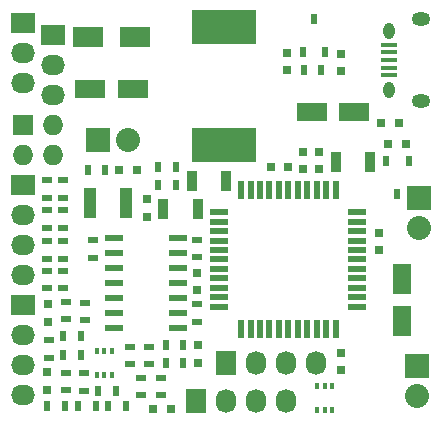
<source format=gbr>
G04 #@! TF.FileFunction,Soldermask,Top*
%FSLAX46Y46*%
G04 Gerber Fmt 4.6, Leading zero omitted, Abs format (unit mm)*
G04 Created by KiCad (PCBNEW 4.0.4-stable) date 01/19/17 12:29:14*
%MOMM*%
%LPD*%
G01*
G04 APERTURE LIST*
%ADD10C,0.100000*%
%ADD11R,1.600200X2.600960*%
%ADD12R,1.600000X0.560000*%
%ADD13R,0.560000X1.600000*%
%ADD14R,1.350000X0.400000*%
%ADD15O,0.950000X1.400000*%
%ADD16O,1.550000X1.200000*%
%ADD17R,1.727200X2.032000*%
%ADD18O,1.727200X2.032000*%
%ADD19R,0.750000X0.800000*%
%ADD20R,0.800000X0.750000*%
%ADD21R,2.600960X1.600200*%
%ADD22R,2.499360X1.800860*%
%ADD23R,0.797560X0.797560*%
%ADD24R,1.000000X2.500000*%
%ADD25R,5.400040X2.900680*%
%ADD26R,0.900000X1.700000*%
%ADD27R,2.032000X1.727200*%
%ADD28O,2.032000X1.727200*%
%ADD29R,1.727200X1.727200*%
%ADD30O,1.727200X1.727200*%
%ADD31R,2.032000X2.032000*%
%ADD32O,2.032000X2.032000*%
%ADD33R,0.600000X0.900000*%
%ADD34R,0.900000X0.500000*%
%ADD35R,0.500000X0.900000*%
%ADD36R,1.500000X0.600000*%
%ADD37R,0.304800X0.508000*%
G04 APERTURE END LIST*
D10*
D11*
X103187500Y-122214640D03*
X103187500Y-125816360D03*
D12*
X87723600Y-116573800D03*
X87723600Y-117373800D03*
X87723600Y-118173800D03*
X87723600Y-118973800D03*
X87723600Y-119773800D03*
X87723600Y-120573800D03*
X87723600Y-121373800D03*
X87723600Y-122173800D03*
X87723600Y-122973800D03*
X87723600Y-123773800D03*
X87723600Y-124573800D03*
D13*
X89573600Y-126423800D03*
X90373600Y-126423800D03*
X91173600Y-126423800D03*
X91973600Y-126423800D03*
X92773600Y-126423800D03*
X93573600Y-126423800D03*
X94373600Y-126423800D03*
X95173600Y-126423800D03*
X95973600Y-126423800D03*
X96773600Y-126423800D03*
X97573600Y-126423800D03*
D12*
X99423600Y-124573800D03*
X99423600Y-123773800D03*
X99423600Y-122973800D03*
X99423600Y-122173800D03*
X99423600Y-121373800D03*
X99423600Y-120573800D03*
X99423600Y-119773800D03*
X99423600Y-118973800D03*
X99423600Y-118173800D03*
X99423600Y-117373800D03*
X99423600Y-116573800D03*
D13*
X97573600Y-114723800D03*
X96773600Y-114723800D03*
X95973600Y-114723800D03*
X95173600Y-114723800D03*
X94373600Y-114723800D03*
X93573600Y-114723800D03*
X92773600Y-114723800D03*
X91973600Y-114723800D03*
X91173600Y-114723800D03*
X90373600Y-114723800D03*
X89573600Y-114723800D03*
D14*
X102132960Y-104996400D03*
X102132960Y-104346400D03*
X102132960Y-103696400D03*
X102132960Y-103046400D03*
X102132960Y-102396400D03*
D15*
X102132960Y-106196400D03*
X102132960Y-101196400D03*
D16*
X104832960Y-107196400D03*
X104832960Y-100196400D03*
D17*
X88328500Y-129349500D03*
D18*
X90868500Y-129349500D03*
X93408500Y-129349500D03*
X95948500Y-129349500D03*
D19*
X98044000Y-128472500D03*
X98044000Y-129972500D03*
D20*
X83630200Y-133273800D03*
X82130200Y-133273800D03*
X101421500Y-109029500D03*
X102921500Y-109029500D03*
D19*
X101219000Y-118312500D03*
X101219000Y-119812500D03*
X85915500Y-129312100D03*
X85915500Y-127812100D03*
X81597500Y-115455000D03*
X81597500Y-116955000D03*
X96202500Y-111454500D03*
X96202500Y-112954500D03*
D21*
X99146360Y-108077000D03*
X95544640Y-108077000D03*
D19*
X98044000Y-103136000D03*
X98044000Y-104636000D03*
D20*
X102056500Y-110807500D03*
X103556500Y-110807500D03*
D19*
X73215500Y-125845000D03*
X73215500Y-124345000D03*
X73152000Y-131610800D03*
X73152000Y-130110800D03*
D21*
X76812140Y-106172000D03*
X80413860Y-106172000D03*
D19*
X85852000Y-123178000D03*
X85852000Y-121678000D03*
X94805500Y-111454500D03*
X94805500Y-112954500D03*
D20*
X92087000Y-112712500D03*
X93587000Y-112712500D03*
D22*
X76614020Y-101727000D03*
X80611980Y-101727000D03*
D23*
X79260700Y-113030000D03*
X80759300Y-113030000D03*
D24*
X76808200Y-115824000D03*
X79808200Y-115824000D03*
D25*
X88138000Y-100916740D03*
X88138000Y-110919260D03*
D26*
X100522700Y-112318800D03*
X97622700Y-112318800D03*
X88318000Y-113919000D03*
X85418000Y-113919000D03*
X83005000Y-116332000D03*
X85905000Y-116332000D03*
D27*
X71120000Y-114300000D03*
D28*
X71120000Y-116840000D03*
X71120000Y-119380000D03*
X71120000Y-121920000D03*
D29*
X71120000Y-109220000D03*
D30*
X73660000Y-109220000D03*
X71120000Y-111760000D03*
X73660000Y-111760000D03*
D17*
X85788500Y-132524500D03*
D18*
X88328500Y-132524500D03*
X90868500Y-132524500D03*
X93408500Y-132524500D03*
D27*
X71120000Y-124460000D03*
D28*
X71120000Y-127000000D03*
X71120000Y-129540000D03*
X71120000Y-132080000D03*
D31*
X77470000Y-110490000D03*
D32*
X80010000Y-110490000D03*
D31*
X104470200Y-129616200D03*
D32*
X104470200Y-132156200D03*
D27*
X71069200Y-100571300D03*
D28*
X71069200Y-103111300D03*
X71069200Y-105651300D03*
D27*
X73660000Y-101600000D03*
D28*
X73660000Y-104140000D03*
X73660000Y-106680000D03*
D33*
X95758000Y-100200000D03*
X96708000Y-103000000D03*
X94808000Y-103000000D03*
D34*
X82753200Y-132068000D03*
X82753200Y-130568000D03*
X81788000Y-127951800D03*
X81788000Y-129451800D03*
X81127600Y-132068000D03*
X81127600Y-130568000D03*
X80187800Y-129451800D03*
X80187800Y-127951800D03*
D35*
X84684300Y-129324100D03*
X83184300Y-129324100D03*
X84684300Y-127850900D03*
X83184300Y-127850900D03*
D34*
X73101200Y-121525600D03*
X73101200Y-123025600D03*
X73101200Y-119011000D03*
X73101200Y-120511000D03*
X73101200Y-116420200D03*
X73101200Y-117920200D03*
X73101200Y-113880200D03*
X73101200Y-115380200D03*
X74498200Y-123025600D03*
X74498200Y-121525600D03*
X74498200Y-120511000D03*
X74498200Y-119011000D03*
X74498200Y-117920200D03*
X74498200Y-116420200D03*
X74498200Y-115380200D03*
X74498200Y-113880200D03*
D35*
X78320200Y-132994400D03*
X79820200Y-132994400D03*
X77482000Y-131673600D03*
X78982000Y-131673600D03*
X74535600Y-128676400D03*
X76035600Y-128676400D03*
D34*
X73304400Y-127418400D03*
X73304400Y-128918400D03*
X76327000Y-125718000D03*
X76327000Y-124218000D03*
D35*
X75805600Y-132994400D03*
X77305600Y-132994400D03*
D34*
X85852000Y-124345000D03*
X85852000Y-125845000D03*
D35*
X74497500Y-127063500D03*
X75997500Y-127063500D03*
X73164000Y-132994400D03*
X74664000Y-132994400D03*
D34*
X74739500Y-124154500D03*
X74739500Y-125654500D03*
X74726800Y-130161600D03*
X74726800Y-131661600D03*
D35*
X82562000Y-112776000D03*
X84062000Y-112776000D03*
X84062000Y-114300000D03*
X82562000Y-114300000D03*
D34*
X85826600Y-120384000D03*
X85826600Y-118884000D03*
X77025500Y-118947500D03*
X77025500Y-120447500D03*
X76250800Y-130212400D03*
X76250800Y-131712400D03*
D35*
X94881000Y-104521000D03*
X96381000Y-104521000D03*
X76593000Y-113030000D03*
X78093000Y-113030000D03*
D33*
X102806500Y-115065000D03*
X101856500Y-112265000D03*
X103756500Y-112265000D03*
D36*
X84234000Y-126365000D03*
X84234000Y-125095000D03*
X84234000Y-123825000D03*
X84234000Y-122555000D03*
X84234000Y-121285000D03*
X84234000Y-120015000D03*
X84234000Y-118745000D03*
X78834000Y-118745000D03*
X78834000Y-120015000D03*
X78834000Y-121285000D03*
X78834000Y-122555000D03*
X78834000Y-123825000D03*
X78834000Y-125095000D03*
X78834000Y-126365000D03*
D37*
X78613000Y-128320800D03*
X77343000Y-128320800D03*
X78613000Y-130352800D03*
X77978000Y-128320800D03*
X77343000Y-130352800D03*
X77978000Y-130352800D03*
X96037400Y-133324600D03*
X97307400Y-133324600D03*
X96037400Y-131292600D03*
X96672400Y-133324600D03*
X97307400Y-131292600D03*
X96672400Y-131292600D03*
D31*
X104597200Y-115392200D03*
D32*
X104597200Y-117932200D03*
D19*
X93421200Y-104559800D03*
X93421200Y-103059800D03*
M02*

</source>
